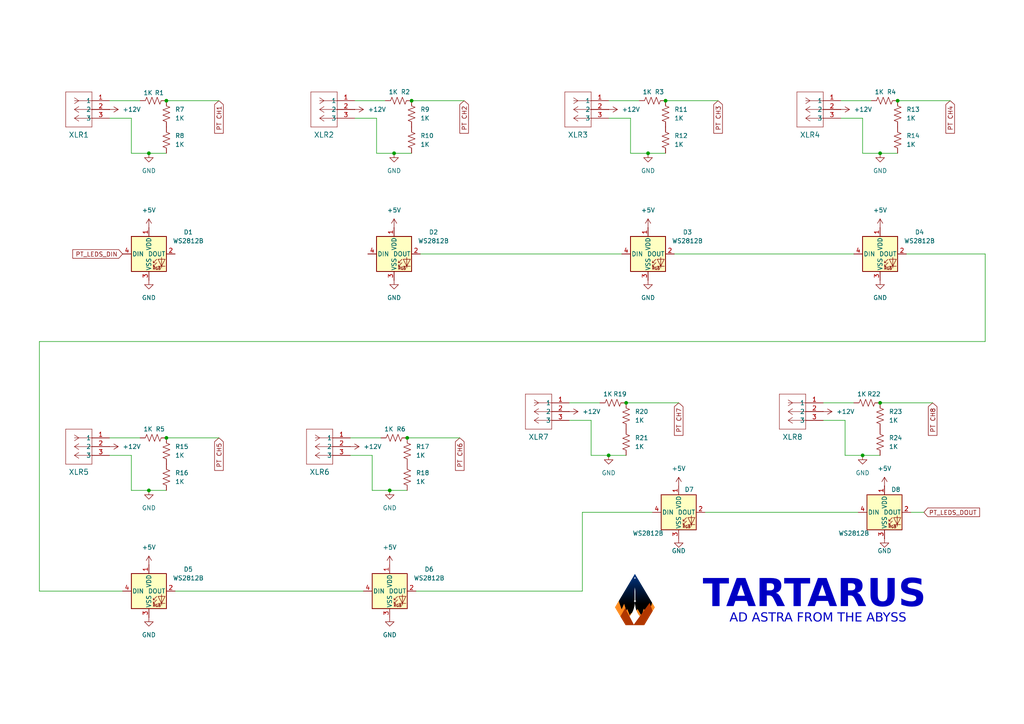
<source format=kicad_sch>
(kicad_sch (version 20231120) (generator "eeschema") (generator_version "8.0")
  (paper "A4")
  (title_block (title "Vulcan - PT Inputs"))
  (lib_symbols
    (symbol "3 Pin (Servo) Header 2.54mm Pitch:61300311121" (pin_names (offset 0.254))
      (property "Reference" "J1" (at 8.89 -12.7 0))
      (property "Value" "61300311121" (at 8.89 -10.16 0))
      (symbol "61300311121_1_1"
        (polyline (pts (xy 5.08 -7.62) (xy 12.7 -7.62)) (stroke (width 0.127)))
        (polyline (pts (xy 5.08 2.54) (xy 5.08 -7.62)) (stroke (width 0.127)))
        (polyline (pts (xy 8.89 0) (xy 10.16 -0.8467)) (stroke (width 0.127)))
        (polyline (pts (xy 8.89 0) (xy 10.16 0.8467)) (stroke (width 0.127)))
        (polyline (pts (xy 10.16 -5.08) (xy 5.08 -5.08)) (stroke (width 0.127)))
        (polyline (pts (xy 10.16 -5.08) (xy 8.89 -5.9267)) (stroke (width 0.127)))
        (polyline (pts (xy 10.16 -5.08) (xy 8.89 -4.2333)) (stroke (width 0.127)))
        (polyline (pts (xy 10.16 -2.54) (xy 5.08 -2.54)) (stroke (width 0.127)))
        (polyline (pts (xy 10.16 -2.54) (xy 8.89 -3.3867)) (stroke (width 0.127)))
        (polyline (pts (xy 10.16 -2.54) (xy 8.89 -1.6933)) (stroke (width 0.127)))
        (polyline (pts (xy 10.16 0) (xy 5.08 0)) (stroke (width 0.127)))
        (polyline (pts (xy 12.7 -7.62) (xy 12.7 2.54)) (stroke (width 0.127)))
        (polyline (pts (xy 12.7 2.54) (xy 5.08 2.54)) (stroke (width 0.127)))
        (pin unspecified line (at 0 0 0) (length 5.08) (name "1") (number "1"))
        (pin unspecified line (at 0 -2.54 0) (length 5.08) (name "2") (number "2"))
        (pin unspecified line (at 0 -5.08 0) (length 5.08) (name "3") (number "3"))
      )
      (symbol "61300311121_1_2"
        (polyline (pts (xy 5.08 -7.62) (xy 12.7 -7.62)) (stroke (width 0.127)))
        (polyline (pts (xy 5.08 2.54) (xy 5.08 -7.62)) (stroke (width 0.127)))
        (polyline (pts (xy 7.62 -5.08) (xy 5.08 -5.08)) (stroke (width 0.127)))
        (polyline (pts (xy 7.62 -5.08) (xy 8.89 -5.9267)) (stroke (width 0.127)))
        (polyline (pts (xy 7.62 -5.08) (xy 8.89 -4.2333)) (stroke (width 0.127)))
        (polyline (pts (xy 7.62 -2.54) (xy 5.08 -2.54)) (stroke (width 0.127)))
        (polyline (pts (xy 7.62 -2.54) (xy 8.89 -3.3867)) (stroke (width 0.127)))
        (polyline (pts (xy 7.62 -2.54) (xy 8.89 -1.6933)) (stroke (width 0.127)))
        (polyline (pts (xy 7.62 0) (xy 5.08 0)) (stroke (width 0.127)))
        (polyline (pts (xy 7.62 0) (xy 8.89 -0.8467)) (stroke (width 0.127)))
        (polyline (pts (xy 7.62 0) (xy 8.89 0.8467)) (stroke (width 0.127)))
        (polyline (pts (xy 12.7 -7.62) (xy 12.7 2.54)) (stroke (width 0.127)))
        (polyline (pts (xy 12.7 2.54) (xy 5.08 2.54)) (stroke (width 0.127)))
        (pin unspecified line (at 0 0 0) (length 5.08) (name "1") (number "1"))
        (pin unspecified line (at 0 -2.54 0) (length 5.08) (name "2") (number "2"))
        (pin unspecified line (at 0 -5.08 0) (length 5.08) (name "3") (number "3"))
      )
    )
    (symbol "Device:R_US" (pin_numbers hide) (pin_names (offset 0))
      (property "Reference" "R" (at 2.54 0 90))
      (property "Value" "R_US" (at -2.54 0 90))
      (symbol "R_US_0_1"
        (polyline (pts (xy 0 -2.286) (xy 0 -2.54)))
        (polyline (pts (xy 0 2.286) (xy 0 2.54)))
        (polyline (pts (xy 0 -0.762) (xy 1.016 -1.143) (xy 0 -1.524) (xy -1.016 -1.905) (xy 0 -2.286)))
        (polyline (pts (xy 0 0.762) (xy 1.016 0.381) (xy 0 0) (xy -1.016 -0.381) (xy 0 -0.762)))
        (polyline (pts (xy 0 2.286) (xy 1.016 1.905) (xy 0 1.524) (xy -1.016 1.143) (xy 0 0.762)))
      )
      (symbol "R_US_1_1"
        (pin passive line (at 0 3.81 270) (length 1.27) (name "~") (number "1"))
        (pin passive line (at 0 -3.81 90) (length 1.27) (name "~") (number "2"))
      )
    )
    (symbol "LED:WS2812B" (pin_names (offset 0.254))
      (property "Reference" "D" (at 5.08 5.715 0))
      (property "Value" "WS2812B" (at 1.27 -5.715 0))
      (symbol "WS2812B_0_0"
        (text "RGB" (at 2.286 -4.191 0) (effects (font (size 0.762 0.762))))
      )
      (symbol "WS2812B_0_1"
        (polyline (pts (xy 1.27 -3.556) (xy 1.778 -3.556)))
        (polyline (pts (xy 1.27 -2.54) (xy 1.778 -2.54)))
        (polyline (pts (xy 4.699 -3.556) (xy 2.667 -3.556)))
        (polyline (pts (xy 2.286 -2.54) (xy 1.27 -3.556) (xy 1.27 -3.048)))
        (polyline (pts (xy 2.286 -1.524) (xy 1.27 -2.54) (xy 1.27 -2.032)))
        (polyline (pts (xy 3.683 -1.016) (xy 3.683 -3.556) (xy 3.683 -4.064)))
        (polyline (pts (xy 4.699 -1.524) (xy 2.667 -1.524) (xy 3.683 -3.556) (xy 4.699 -1.524)))
        (rectangle (start 5.08 5.08) (end -5.08 -5.08) (stroke (width 0.254)) (fill (type background)))
      )
      (symbol "WS2812B_1_1"
        (pin power_in line (at 0 7.62 270) (length 2.54) (name "VDD") (number "1"))
        (pin output line (at 7.62 0 180) (length 2.54) (name "DOUT") (number "2"))
        (pin power_in line (at 0 -7.62 90) (length 2.54) (name "VSS") (number "3"))
        (pin input line (at -7.62 0 0) (length 2.54) (name "DIN") (number "4"))
      )
    )
    (symbol "power:+12V" (power) (pin_numbers hide) (pin_names (offset 0) hide)
      (property "Value" "+12V" (at 0 3.556 0))
      (symbol "+12V_0_1"
        (polyline (pts (xy -0.762 1.27) (xy 0 2.54)))
        (polyline (pts (xy 0 0) (xy 0 2.54)))
        (polyline (pts (xy 0 2.54) (xy 0.762 1.27)))
      )
      (symbol "+12V_1_1"
        (pin power_in line (at 0 0 90) (length 0) (name "~") (number "1"))
      )
    )
    (symbol "power:+5V" (power) (pin_numbers hide) (pin_names (offset 0) hide)
      (property "Value" "+5V" (at 0 3.556 0))
      (symbol "+5V_0_1"
        (polyline (pts (xy -0.762 1.27) (xy 0 2.54)))
        (polyline (pts (xy 0 0) (xy 0 2.54)))
        (polyline (pts (xy 0 2.54) (xy 0.762 1.27)))
      )
      (symbol "+5V_1_1"
        (pin power_in line (at 0 0 90) (length 0) (name "~") (number "1"))
      )
    )
    (symbol "power:GND" (power) (pin_numbers hide) (pin_names (offset 0) hide)
      (property "Value" "GND" (at 0 -3.81 0))
      (symbol "GND_0_1"
        (polyline (pts (xy 0 0) (xy 0 -1.27) (xy 1.27 -1.27) (xy 0 -2.54) (xy -1.27 -1.27) (xy 0 -1.27)))
      )
      (symbol "GND_1_1"
        (pin power_in line (at 0 0 270) (length 0) (name "~") (number "1"))
      )
    )
  )
  (junction (at 114.3 44.45))
  (junction (at 118.11 127))
  (junction (at 176.53 132.08))
  (junction (at 260.35 29.21))
  (junction (at 113.03 142.24))
  (junction (at 48.26 29.21))
  (junction (at 193.04 29.21))
  (junction (at 255.27 116.84))
  (junction (at 255.27 44.45))
  (junction (at 181.61 116.84))
  (junction (at 43.18 44.45))
  (junction (at 187.96 44.45))
  (junction (at 43.18 142.24))
  (junction (at 48.26 127))
  (junction (at 119.38 29.21))
  (junction (at 250.19 132.08))
  (wire (pts (xy 171.45 121.92) (xy 165.1 121.92)))
  (wire (pts (xy 118.11 127) (xy 133.35 127)))
  (wire (pts (xy 38.1 44.45) (xy 38.1 34.29)))
  (wire (pts (xy 255.27 44.45) (xy 260.35 44.45)))
  (wire (pts (xy 43.18 44.45) (xy 48.26 44.45)))
  (wire (pts (xy 109.22 34.29) (xy 102.87 34.29)))
  (wire (pts (xy 31.75 127) (xy 40.64 127)))
  (wire (pts (xy 43.18 142.24) (xy 48.26 142.24)))
  (wire (pts (xy 38.1 34.29) (xy 31.75 34.29)))
  (wire (pts (xy 176.53 132.08) (xy 171.45 132.08)))
  (wire (pts (xy 11.43 99.06) (xy 285.75 99.06)))
  (wire (pts (xy 113.03 142.24) (xy 107.95 142.24)))
  (wire (pts (xy 171.45 132.08) (xy 171.45 121.92)))
  (wire (pts (xy 250.19 132.08) (xy 245.11 132.08)))
  (wire (pts (xy 38.1 142.24) (xy 38.1 132.08)))
  (wire (pts (xy 250.19 132.08) (xy 255.27 132.08)))
  (wire (pts (xy 43.18 142.24) (xy 38.1 142.24)))
  (wire (pts (xy 255.27 116.84) (xy 270.51 116.84)))
  (wire (pts (xy 187.96 44.45) (xy 182.88 44.45)))
  (wire (pts (xy 187.96 44.45) (xy 193.04 44.45)))
  (wire (pts (xy 168.91 148.59) (xy 189.23 148.59)))
  (wire (pts (xy 107.95 132.08) (xy 101.6 132.08)))
  (wire (pts (xy 245.11 132.08) (xy 245.11 121.92)))
  (wire (pts (xy 11.43 171.45) (xy 35.56 171.45)))
  (wire (pts (xy 250.19 34.29) (xy 243.84 34.29)))
  (wire (pts (xy 109.22 44.45) (xy 109.22 34.29)))
  (wire (pts (xy 113.03 142.24) (xy 118.11 142.24)))
  (wire (pts (xy 176.53 132.08) (xy 181.61 132.08)))
  (wire (pts (xy 107.95 142.24) (xy 107.95 132.08)))
  (wire (pts (xy 38.1 132.08) (xy 31.75 132.08)))
  (wire (pts (xy 48.26 127) (xy 63.5 127)))
  (wire (pts (xy 260.35 29.21) (xy 275.59 29.21)))
  (wire (pts (xy 182.88 44.45) (xy 182.88 34.29)))
  (wire (pts (xy 168.91 171.45) (xy 168.91 148.59)))
  (wire (pts (xy 255.27 44.45) (xy 250.19 44.45)))
  (wire (pts (xy 48.26 29.21) (xy 63.5 29.21)))
  (wire (pts (xy 176.53 29.21) (xy 185.42 29.21)))
  (wire (pts (xy 245.11 121.92) (xy 238.76 121.92)))
  (wire (pts (xy 31.75 29.21) (xy 40.64 29.21)))
  (wire (pts (xy 43.18 44.45) (xy 38.1 44.45)))
  (wire (pts (xy 181.61 116.84) (xy 196.85 116.84)))
  (wire (pts (xy 119.38 29.21) (xy 134.62 29.21)))
  (wire (pts (xy 238.76 116.84) (xy 247.65 116.84)))
  (wire (pts (xy 50.8 171.45) (xy 105.41 171.45)))
  (wire (pts (xy 11.43 99.06) (xy 11.43 171.45)))
  (wire (pts (xy 114.3 44.45) (xy 109.22 44.45)))
  (wire (pts (xy 250.19 44.45) (xy 250.19 34.29)))
  (wire (pts (xy 101.6 127) (xy 110.49 127)))
  (wire (pts (xy 285.75 73.66) (xy 285.75 99.06)))
  (wire (pts (xy 195.58 73.66) (xy 247.65 73.66)))
  (wire (pts (xy 193.04 29.21) (xy 208.28 29.21)))
  (wire (pts (xy 165.1 116.84) (xy 173.99 116.84)))
  (wire (pts (xy 182.88 34.29) (xy 176.53 34.29)))
  (wire (pts (xy 243.84 29.21) (xy 252.73 29.21)))
  (wire (pts (xy 262.89 73.66) (xy 285.75 73.66)))
  (wire (pts (xy 114.3 44.45) (xy 119.38 44.45)))
  (wire (pts (xy 264.16 148.59) (xy 267.97 148.59)))
  (wire (pts (xy 121.92 73.66) (xy 180.34 73.66)))
  (wire (pts (xy 204.47 148.59) (xy 248.92 148.59)))
  (wire (pts (xy 102.87 29.21) (xy 111.76 29.21)))
  (wire (pts (xy 120.65 171.45) (xy 168.91 171.45)))
  (image (at 184.15 175.26) (scale 0.0421478))
  (text "TARTARUS" (at 236.22 174.752 0) (effects (font (size 8 8) (thickness 1.6) (bold yes))))
  (text "AD ASTRA FROM THE ABYSS" (at 237.236 180.086 0) (effects (font (size 2.6 2.6))))
  (global_label "PT CH8" (shape input) (at 270.51 116.84 270) (property "Intersheetrefs" "${INTERSHEET_REFS}" (effects (hide yes))))
  (global_label "PT CH4" (shape input) (at 275.59 29.21 270) (property "Intersheetrefs" "${INTERSHEET_REFS}" (effects (hide yes))))
  (global_label "PT CH6" (shape input) (at 133.35 127 270) (property "Intersheetrefs" "${INTERSHEET_REFS}" (effects (hide yes))))
  (global_label "PT_LEDS_DIN" (shape input) (at 35.56 73.66 180) (property "Intersheetrefs" "${INTERSHEET_REFS}" (effects (hide yes))))
  (global_label "PT_LEDS_DOUT" (shape input) (at 267.97 148.59 0) (property "Intersheetrefs" "${INTERSHEET_REFS}" (effects (hide yes))))
  (global_label "PT CH5" (shape input) (at 63.5 127 270) (property "Intersheetrefs" "${INTERSHEET_REFS}" (effects (hide yes))))
  (global_label "PT CH3" (shape input) (at 208.28 29.21 270) (property "Intersheetrefs" "${INTERSHEET_REFS}" (effects (hide yes))))
  (global_label "PT CH1" (shape input) (at 63.5 29.21 270) (property "Intersheetrefs" "${INTERSHEET_REFS}" (effects (hide yes))))
  (global_label "PT CH2" (shape input) (at 134.62 29.21 270) (property "Intersheetrefs" "${INTERSHEET_REFS}" (effects (hide yes))))
  (global_label "PT CH7" (shape input) (at 196.85 116.84 270) (property "Intersheetrefs" "${INTERSHEET_REFS}" (effects (hide yes))))
  (symbol (lib_id "power:GND") (at 114.3 44.45 0) (unit 1)
    (property "Reference" "#PWR08" (effects (hide yes)))
    (property "Value" "GND" (at 114.3 49.53 0))
    (property "Description" "Power symbol creates a global label with name \"GND\" , ground" (effects (hide yes)))
  )
  (symbol (lib_id "LED:WS2812B") (at 256.54 148.59 0) (unit 1)
    (property "Reference" "D8" (at 259.842 141.986 0))
    (property "Value" "WS2812B" (at 247.65 154.686 0))
    (property "Footprint" "LED_SMD:LED_WS2812B_PLCC4_5.0x5.0mm_P3.2mm" (effects (hide yes)))
    (property "Datasheet" "https://cdn-shop.adafruit.com/datasheets/WS2812B.pdf" (effects (hide yes)))
    (property "Description" "RGB LED with integrated controller" (effects (hide yes)))
  )
  (symbol (lib_id "power:+5V") (at 255.27 66.04 0) (unit 1)
    (property "Reference" "#PWR029" (effects (hide yes)))
    (property "Value" "+5V" (at 255.27 60.96 0))
    (property "Description" "Power symbol creates a global label with name \"+5V\"" (effects (hide yes)))
  )
  (symbol (lib_id "power:GND") (at 43.18 179.07 0) (unit 1)
    (property "Reference" "#PWR021" (effects (hide yes)))
    (property "Value" "GND" (at 43.18 184.15 0))
    (property "Description" "Power symbol creates a global label with name \"GND\" , ground" (effects (hide yes)))
  )
  (symbol (lib_id "3 Pin (Servo) Header 2.54mm Pitch:61300311121") (at 102.87 29.21 0) (mirror y) (unit 1)
    (property "Reference" "XLR2" (at 93.98 39.116 0) (effects (font (size 1.524 1.524))))
    (property "Value" "61300311121" (effects (hide yes)))
    (property "Datasheet" "61300311121" (effects (hide yes)))
  )
  (symbol (lib_id "Device:R_US") (at 115.57 29.21 90) (unit 1)
    (property "Reference" "R2" (at 117.602 26.67 90))
    (property "Value" "1K" (at 114.046 26.67 90))
    (property "Description" "Resistor, US symbol" (effects (hide yes)))
  )
  (symbol (lib_id "power:+12V") (at 243.84 31.75 270) (unit 1)
    (property "Reference" "#PWR04" (effects (hide yes)))
    (property "Value" "+12V" (at 247.65 31.7499 90) (effects (justify left)))
    (property "Description" "Power symbol creates a global label with name \"+12V\"" (effects (hide yes)))
  )
  (symbol (lib_id "power:GND") (at 113.03 142.24 0) (unit 1)
    (property "Reference" "#PWR012" (effects (hide yes)))
    (property "Value" "GND" (at 113.03 147.32 0))
    (property "Description" "Power symbol creates a global label with name \"GND\" , ground" (effects (hide yes)))
  )
  (symbol (lib_id "Device:R_US") (at 256.54 29.21 90) (unit 1)
    (property "Reference" "R4" (at 258.572 26.67 90))
    (property "Value" "1K" (at 255.016 26.67 90))
    (property "Description" "Resistor, US symbol" (effects (hide yes)))
  )
  (symbol (lib_id "LED:WS2812B") (at 114.3 73.66 0) (unit 1)
    (property "Reference" "D2" (at 125.73 67.3414 0))
    (property "Value" "WS2812B" (at 125.73 69.8814 0))
    (property "Footprint" "LED_SMD:LED_WS2812B_PLCC4_5.0x5.0mm_P3.2mm" (effects (hide yes)))
    (property "Datasheet" "https://cdn-shop.adafruit.com/datasheets/WS2812B.pdf" (effects (hide yes)))
    (property "Description" "RGB LED with integrated controller" (effects (hide yes)))
  )
  (symbol (lib_id "power:+12V") (at 165.1 119.38 270) (unit 1)
    (property "Reference" "#PWR013" (effects (hide yes)))
    (property "Value" "+12V" (at 168.91 119.3799 90) (effects (justify left)))
    (property "Description" "Power symbol creates a global label with name \"+12V\"" (effects (hide yes)))
  )
  (symbol (lib_id "power:+12V") (at 31.75 129.54 270) (unit 1)
    (property "Reference" "#PWR05" (effects (hide yes)))
    (property "Value" "+12V" (at 35.56 129.5399 90) (effects (justify left)))
    (property "Description" "Power symbol creates a global label with name \"+12V\"" (effects (hide yes)))
  )
  (symbol (lib_id "Device:R_US") (at 48.26 40.64 0) (unit 1)
    (property "Reference" "R8" (at 50.8 39.3699 0) (effects (justify left)))
    (property "Value" "1K" (at 50.8 41.9099 0) (effects (justify left)))
    (property "Description" "Resistor, US symbol" (effects (hide yes)))
  )
  (symbol (lib_id "power:GND") (at 187.96 44.45 0) (unit 1)
    (property "Reference" "#PWR09" (effects (hide yes)))
    (property "Value" "GND" (at 187.96 49.53 0))
    (property "Description" "Power symbol creates a global label with name \"GND\" , ground" (effects (hide yes)))
  )
  (symbol (lib_id "3 Pin (Servo) Header 2.54mm Pitch:61300311121") (at 101.6 127 0) (mirror y) (unit 1)
    (property "Reference" "XLR6" (at 92.71 136.906 0) (effects (font (size 1.524 1.524))))
    (property "Value" "61300311121" (effects (hide yes)))
    (property "Datasheet" "61300311121" (effects (hide yes)))
  )
  (symbol (lib_id "Device:R_US") (at 251.46 116.84 90) (unit 1)
    (property "Reference" "R22" (at 253.492 114.3 90))
    (property "Value" "1K" (at 249.936 114.3 90))
    (property "Description" "Resistor, US symbol" (effects (hide yes)))
  )
  (symbol (lib_id "Device:R_US") (at 260.35 40.64 0) (unit 1)
    (property "Reference" "R14" (at 262.89 39.3699 0) (effects (justify left)))
    (property "Value" "1K" (at 262.89 41.9099 0) (effects (justify left)))
    (property "Description" "Resistor, US symbol" (effects (hide yes)))
  )
  (symbol (lib_id "power:+12V") (at 101.6 129.54 270) (unit 1)
    (property "Reference" "#PWR06" (effects (hide yes)))
    (property "Value" "+12V" (at 105.41 129.5399 90) (effects (justify left)))
    (property "Description" "Power symbol creates a global label with name \"+12V\"" (effects (hide yes)))
  )
  (symbol (lib_id "LED:WS2812B") (at 43.18 73.66 0) (unit 1)
    (property "Reference" "D1" (at 54.61 67.3414 0))
    (property "Value" "WS2812B" (at 54.61 69.8814 0))
    (property "Footprint" "LED_SMD:LED_WS2812B_PLCC4_5.0x5.0mm_P3.2mm" (effects (hide yes)))
    (property "Datasheet" "https://cdn-shop.adafruit.com/datasheets/WS2812B.pdf" (effects (hide yes)))
    (property "Description" "RGB LED with integrated controller" (effects (hide yes)))
  )
  (symbol (lib_id "Device:R_US") (at 181.61 128.27 0) (unit 1)
    (property "Reference" "R21" (at 184.15 126.9999 0) (effects (justify left)))
    (property "Value" "1K" (at 184.15 129.5399 0) (effects (justify left)))
    (property "Description" "Resistor, US symbol" (effects (hide yes)))
  )
  (symbol (lib_id "Device:R_US") (at 260.35 33.02 0) (unit 1)
    (property "Reference" "R13" (at 262.89 31.7499 0) (effects (justify left)))
    (property "Value" "1K" (at 262.89 34.2899 0) (effects (justify left)))
    (property "Description" "Resistor, US symbol" (effects (hide yes)))
  )
  (symbol (lib_id "power:+5V") (at 113.03 163.83 0) (unit 1)
    (property "Reference" "#PWR044" (effects (hide yes)))
    (property "Value" "+5V" (at 113.03 158.75 0))
    (property "Description" "Power symbol creates a global label with name \"+5V\"" (effects (hide yes)))
  )
  (symbol (lib_id "power:GND") (at 43.18 44.45 0) (unit 1)
    (property "Reference" "#PWR07" (effects (hide yes)))
    (property "Value" "GND" (at 43.18 49.53 0))
    (property "Description" "Power symbol creates a global label with name \"GND\" , ground" (effects (hide yes)))
  )
  (symbol (lib_id "power:GND") (at 176.53 132.08 0) (unit 1)
    (property "Reference" "#PWR014" (effects (hide yes)))
    (property "Value" "GND" (at 176.53 137.16 0))
    (property "Description" "Power symbol creates a global label with name \"GND\" , ground" (effects (hide yes)))
  )
  (symbol (lib_id "LED:WS2812B") (at 255.27 73.66 0) (unit 1)
    (property "Reference" "D4" (at 266.7 67.3414 0))
    (property "Value" "WS2812B" (at 266.7 69.8814 0))
    (property "Footprint" "LED_SMD:LED_WS2812B_PLCC4_5.0x5.0mm_P3.2mm" (effects (hide yes)))
    (property "Datasheet" "https://cdn-shop.adafruit.com/datasheets/WS2812B.pdf" (effects (hide yes)))
    (property "Description" "RGB LED with integrated controller" (effects (hide yes)))
  )
  (symbol (lib_id "3 Pin (Servo) Header 2.54mm Pitch:61300311121") (at 31.75 29.21 0) (mirror y) (unit 1)
    (property "Reference" "XLR1" (at 22.86 39.116 0) (effects (font (size 1.524 1.524))))
    (property "Value" "61300311121" (effects (hide yes)))
    (property "Datasheet" "61300311121" (effects (hide yes)))
  )
  (symbol (lib_id "power:+5V") (at 114.3 66.04 0) (unit 1)
    (property "Reference" "#PWR031" (effects (hide yes)))
    (property "Value" "+5V" (at 114.3 60.96 0))
    (property "Description" "Power symbol creates a global label with name \"+5V\"" (effects (hide yes)))
  )
  (symbol (lib_id "3 Pin (Servo) Header 2.54mm Pitch:61300311121") (at 243.84 29.21 0) (mirror y) (unit 1)
    (property "Reference" "XLR4" (at 234.95 39.116 0) (effects (font (size 1.524 1.524))))
    (property "Value" "61300311121" (effects (hide yes)))
    (property "Datasheet" "61300311121" (effects (hide yes)))
  )
  (symbol (lib_id "power:+5V") (at 256.54 140.97 0) (unit 1)
    (property "Reference" "#PWR027" (effects (hide yes)))
    (property "Value" "+5V" (at 256.54 135.89 0))
    (property "Description" "Power symbol creates a global label with name \"+5V\"" (effects (hide yes)))
  )
  (symbol (lib_id "Device:R_US") (at 119.38 33.02 0) (unit 1)
    (property "Reference" "R9" (at 121.92 31.7499 0) (effects (justify left)))
    (property "Value" "1K" (at 121.92 34.2899 0) (effects (justify left)))
    (property "Description" "Resistor, US symbol" (effects (hide yes)))
  )
  (symbol (lib_id "Device:R_US") (at 193.04 40.64 0) (unit 1)
    (property "Reference" "R12" (at 195.58 39.3699 0) (effects (justify left)))
    (property "Value" "1K" (at 195.58 41.9099 0) (effects (justify left)))
    (property "Description" "Resistor, US symbol" (effects (hide yes)))
  )
  (symbol (lib_id "power:+5V") (at 43.18 66.04 0) (unit 1)
    (property "Reference" "#PWR032" (effects (hide yes)))
    (property "Value" "+5V" (at 43.18 60.96 0))
    (property "Description" "Power symbol creates a global label with name \"+5V\"" (effects (hide yes)))
  )
  (symbol (lib_id "Device:R_US") (at 255.27 128.27 0) (unit 1)
    (property "Reference" "R24" (at 257.81 126.9999 0) (effects (justify left)))
    (property "Value" "1K" (at 257.81 129.5399 0) (effects (justify left)))
    (property "Description" "Resistor, US symbol" (effects (hide yes)))
  )
  (symbol (lib_id "power:+5V") (at 196.85 140.97 0) (unit 1)
    (property "Reference" "#PWR024" (effects (hide yes)))
    (property "Value" "+5V" (at 196.85 135.89 0))
    (property "Description" "Power symbol creates a global label with name \"+5V\"" (effects (hide yes)))
  )
  (symbol (lib_id "power:GND") (at 196.85 156.21 0) (unit 1)
    (property "Reference" "#PWR023" (effects (hide yes)))
    (property "Value" "GND" (at 196.85 159.766 0))
    (property "Description" "Power symbol creates a global label with name \"GND\" , ground" (effects (hide yes)))
  )
  (symbol (lib_id "Device:R_US") (at 48.26 33.02 0) (unit 1)
    (property "Reference" "R7" (at 50.8 31.7499 0) (effects (justify left)))
    (property "Value" "1K" (at 50.8 34.2899 0) (effects (justify left)))
    (property "Description" "Resistor, US symbol" (effects (hide yes)))
  )
  (symbol (lib_id "power:GND") (at 114.3 81.28 0) (unit 1)
    (property "Reference" "#PWR018" (effects (hide yes)))
    (property "Value" "GND" (at 114.3 86.36 0))
    (property "Description" "Power symbol creates a global label with name \"GND\" , ground" (effects (hide yes)))
  )
  (symbol (lib_id "power:GND") (at 255.27 44.45 0) (unit 1)
    (property "Reference" "#PWR010" (effects (hide yes)))
    (property "Value" "GND" (at 255.27 49.53 0))
    (property "Description" "Power symbol creates a global label with name \"GND\" , ground" (effects (hide yes)))
  )
  (symbol (lib_id "power:GND") (at 113.03 179.07 0) (unit 1)
    (property "Reference" "#PWR022" (effects (hide yes)))
    (property "Value" "GND" (at 113.03 184.15 0))
    (property "Description" "Power symbol creates a global label with name \"GND\" , ground" (effects (hide yes)))
  )
  (symbol (lib_id "power:GND") (at 255.27 81.28 0) (unit 1)
    (property "Reference" "#PWR020" (effects (hide yes)))
    (property "Value" "GND" (at 255.27 86.36 0))
    (property "Description" "Power symbol creates a global label with name \"GND\" , ground" (effects (hide yes)))
  )
  (symbol (lib_id "Device:R_US") (at 189.23 29.21 90) (unit 1)
    (property "Reference" "R3" (at 191.262 26.67 90))
    (property "Value" "1K" (at 187.706 26.67 90))
    (property "Description" "Resistor, US symbol" (effects (hide yes)))
  )
  (symbol (lib_id "Device:R_US") (at 48.26 130.81 0) (unit 1)
    (property "Reference" "R15" (at 50.8 129.5399 0) (effects (justify left)))
    (property "Value" "1K" (at 50.8 132.0799 0) (effects (justify left)))
    (property "Description" "Resistor, US symbol" (effects (hide yes)))
  )
  (symbol (lib_id "3 Pin (Servo) Header 2.54mm Pitch:61300311121") (at 238.76 116.84 0) (mirror y) (unit 1)
    (property "Reference" "XLR8" (at 229.87 126.746 0) (effects (font (size 1.524 1.524))))
    (property "Value" "61300311121" (effects (hide yes)))
    (property "Datasheet" "61300311121" (effects (hide yes)))
  )
  (symbol (lib_id "3 Pin (Servo) Header 2.54mm Pitch:61300311121") (at 31.75 127 0) (mirror y) (unit 1)
    (property "Reference" "XLR5" (at 22.86 136.906 0) (effects (font (size 1.524 1.524))))
    (property "Value" "61300311121" (effects (hide yes)))
    (property "Datasheet" "61300311121" (effects (hide yes)))
  )
  (symbol (lib_id "Device:R_US") (at 44.45 127 90) (unit 1)
    (property "Reference" "R5" (at 46.482 124.46 90))
    (property "Value" "1K" (at 42.926 124.46 90))
    (property "Description" "Resistor, US symbol" (effects (hide yes)))
  )
  (symbol (lib_id "Device:R_US") (at 114.3 127 90) (unit 1)
    (property "Reference" "R6" (at 116.332 124.46 90))
    (property "Value" "1K" (at 112.776 124.46 90))
    (property "Description" "Resistor, US symbol" (effects (hide yes)))
  )
  (symbol (lib_id "power:GND") (at 187.96 81.28 0) (unit 1)
    (property "Reference" "#PWR019" (effects (hide yes)))
    (property "Value" "GND" (at 187.96 86.36 0))
    (property "Description" "Power symbol creates a global label with name \"GND\" , ground" (effects (hide yes)))
  )
  (symbol (lib_id "power:+12V") (at 31.75 31.75 270) (unit 1)
    (property "Reference" "#PWR01" (effects (hide yes)))
    (property "Value" "+12V" (at 35.56 31.7499 90) (effects (justify left)))
    (property "Description" "Power symbol creates a global label with name \"+12V\"" (effects (hide yes)))
  )
  (symbol (lib_id "LED:WS2812B") (at 43.18 171.45 0) (unit 1)
    (property "Reference" "D5" (at 54.61 165.1314 0))
    (property "Value" "WS2812B" (at 54.61 167.6714 0))
    (property "Footprint" "LED_SMD:LED_WS2812B_PLCC4_5.0x5.0mm_P3.2mm" (effects (hide yes)))
    (property "Datasheet" "https://cdn-shop.adafruit.com/datasheets/WS2812B.pdf" (effects (hide yes)))
    (property "Description" "RGB LED with integrated controller" (effects (hide yes)))
  )
  (symbol (lib_id "Device:R_US") (at 181.61 120.65 0) (unit 1)
    (property "Reference" "R20" (at 184.15 119.3799 0) (effects (justify left)))
    (property "Value" "1K" (at 184.15 121.9199 0) (effects (justify left)))
    (property "Description" "Resistor, US symbol" (effects (hide yes)))
  )
  (symbol (lib_id "Device:R_US") (at 119.38 40.64 0) (unit 1)
    (property "Reference" "R10" (at 121.92 39.3699 0) (effects (justify left)))
    (property "Value" "1K" (at 121.92 41.9099 0) (effects (justify left)))
    (property "Description" "Resistor, US symbol" (effects (hide yes)))
  )
  (symbol (lib_id "Device:R_US") (at 118.11 138.43 0) (unit 1)
    (property "Reference" "R18" (at 120.65 137.1599 0) (effects (justify left)))
    (property "Value" "1K" (at 120.65 139.6999 0) (effects (justify left)))
    (property "Description" "Resistor, US symbol" (effects (hide yes)))
  )
  (symbol (lib_id "power:+12V") (at 238.76 119.38 270) (unit 1)
    (property "Reference" "#PWR015" (effects (hide yes)))
    (property "Value" "+12V" (at 242.57 119.3799 90) (effects (justify left)))
    (property "Description" "Power symbol creates a global label with name \"+12V\"" (effects (hide yes)))
  )
  (symbol (lib_id "power:GND") (at 43.18 81.28 0) (unit 1)
    (property "Reference" "#PWR017" (effects (hide yes)))
    (property "Value" "GND" (at 43.18 86.36 0))
    (property "Description" "Power symbol creates a global label with name \"GND\" , ground" (effects (hide yes)))
  )
  (symbol (lib_id "power:GND") (at 250.19 132.08 0) (unit 1)
    (property "Reference" "#PWR016" (effects (hide yes)))
    (property "Value" "GND" (at 250.19 137.16 0))
    (property "Description" "Power symbol creates a global label with name \"GND\" , ground" (effects (hide yes)))
  )
  (symbol (lib_id "LED:WS2812B") (at 187.96 73.66 0) (unit 1)
    (property "Reference" "D3" (at 199.39 67.3414 0))
    (property "Value" "WS2812B" (at 199.39 69.8814 0))
    (property "Footprint" "LED_SMD:LED_WS2812B_PLCC4_5.0x5.0mm_P3.2mm" (effects (hide yes)))
    (property "Datasheet" "https://cdn-shop.adafruit.com/datasheets/WS2812B.pdf" (effects (hide yes)))
    (property "Description" "RGB LED with integrated controller" (effects (hide yes)))
  )
  (symbol (lib_id "power:+12V") (at 102.87 31.75 270) (unit 1)
    (property "Reference" "#PWR02" (effects (hide yes)))
    (property "Value" "+12V" (at 106.68 31.7499 90) (effects (justify left)))
    (property "Description" "Power symbol creates a global label with name \"+12V\"" (effects (hide yes)))
  )
  (symbol (lib_id "LED:WS2812B") (at 196.85 148.59 0) (unit 1)
    (property "Reference" "D7" (at 199.898 141.986 0))
    (property "Value" "WS2812B" (at 187.96 154.686 0))
    (property "Footprint" "LED_SMD:LED_WS2812B_PLCC4_5.0x5.0mm_P3.2mm" (effects (hide yes)))
    (property "Datasheet" "https://cdn-shop.adafruit.com/datasheets/WS2812B.pdf" (effects (hide yes)))
    (property "Description" "RGB LED with integrated controller" (effects (hide yes)))
  )
  (symbol (lib_id "power:+5V") (at 43.18 163.83 0) (unit 1)
    (property "Reference" "#PWR026" (effects (hide yes)))
    (property "Value" "+5V" (at 43.18 158.75 0))
    (property "Description" "Power symbol creates a global label with name \"+5V\"" (effects (hide yes)))
  )
  (symbol (lib_id "LED:WS2812B") (at 113.03 171.45 0) (unit 1)
    (property "Reference" "D6" (at 124.46 165.1314 0))
    (property "Value" "WS2812B" (at 124.46 167.6714 0))
    (property "Footprint" "LED_SMD:LED_WS2812B_PLCC4_5.0x5.0mm_P3.2mm" (effects (hide yes)))
    (property "Datasheet" "https://cdn-shop.adafruit.com/datasheets/WS2812B.pdf" (effects (hide yes)))
    (property "Description" "RGB LED with integrated controller" (effects (hide yes)))
  )
  (symbol (lib_id "Device:R_US") (at 44.45 29.21 90) (unit 1)
    (property "Reference" "R1" (at 46.228 26.924 90))
    (property "Value" "1K" (at 42.926 26.924 90))
    (property "Description" "Resistor, US symbol" (effects (hide yes)))
  )
  (symbol (lib_id "power:GND") (at 43.18 142.24 0) (unit 1)
    (property "Reference" "#PWR011" (effects (hide yes)))
    (property "Value" "GND" (at 43.18 147.32 0))
    (property "Description" "Power symbol creates a global label with name \"GND\" , ground" (effects (hide yes)))
  )
  (symbol (lib_id "power:+5V") (at 187.96 66.04 0) (unit 1)
    (property "Reference" "#PWR030" (effects (hide yes)))
    (property "Value" "+5V" (at 187.96 60.96 0))
    (property "Description" "Power symbol creates a global label with name \"+5V\"" (effects (hide yes)))
  )
  (symbol (lib_id "Device:R_US") (at 255.27 120.65 0) (unit 1)
    (property "Reference" "R23" (at 257.81 119.3799 0) (effects (justify left)))
    (property "Value" "1K" (at 257.81 121.9199 0) (effects (justify left)))
    (property "Description" "Resistor, US symbol" (effects (hide yes)))
  )
  (symbol (lib_id "Device:R_US") (at 118.11 130.81 0) (unit 1)
    (property "Reference" "R17" (at 120.65 129.5399 0) (effects (justify left)))
    (property "Value" "1K" (at 120.65 132.0799 0) (effects (justify left)))
    (property "Description" "Resistor, US symbol" (effects (hide yes)))
  )
  (symbol (lib_id "Device:R_US") (at 193.04 33.02 0) (unit 1)
    (property "Reference" "R11" (at 195.58 31.7499 0) (effects (justify left)))
    (property "Value" "1K" (at 195.58 34.2899 0) (effects (justify left)))
    (property "Description" "Resistor, US symbol" (effects (hide yes)))
  )
  (symbol (lib_id "Device:R_US") (at 177.8 116.84 90) (unit 1)
    (property "Reference" "R19" (at 179.832 114.3 90))
    (property "Value" "1K" (at 176.276 114.3 90))
    (property "Description" "Resistor, US symbol" (effects (hide yes)))
  )
  (symbol (lib_id "3 Pin (Servo) Header 2.54mm Pitch:61300311121") (at 165.1 116.84 0) (mirror y) (unit 1)
    (property "Reference" "XLR7" (at 156.21 126.746 0) (effects (font (size 1.524 1.524))))
    (property "Value" "61300311121" (effects (hide yes)))
    (property "Datasheet" "61300311121" (effects (hide yes)))
  )
  (symbol (lib_id "Device:R_US") (at 48.26 138.43 0) (unit 1)
    (property "Reference" "R16" (at 50.8 137.1599 0) (effects (justify left)))
    (property "Value" "1K" (at 50.8 139.6999 0) (effects (justify left)))
    (property "Description" "Resistor, US symbol" (effects (hide yes)))
  )
  (symbol (lib_id "3 Pin (Servo) Header 2.54mm Pitch:61300311121") (at 176.53 29.21 0) (mirror y) (unit 1)
    (property "Reference" "XLR3" (at 167.64 39.116 0) (effects (font (size 1.524 1.524))))
    (property "Value" "61300311121" (effects (hide yes)))
    (property "Datasheet" "61300311121" (effects (hide yes)))
  )
  (symbol (lib_id "power:GND") (at 256.54 156.21 0) (unit 1)
    (property "Reference" "#PWR028" (effects (hide yes)))
    (property "Value" "GND" (at 256.54 159.766 0))
    (property "Description" "Power symbol creates a global label with name \"GND\" , ground" (effects (hide yes)))
  )
  (symbol (lib_id "power:+12V") (at 176.53 31.75 270) (unit 1)
    (property "Reference" "#PWR03" (effects (hide yes)))
    (property "Value" "+12V" (at 180.34 31.7499 90) (effects (justify left)))
    (property "Description" "Power symbol creates a global label with name \"+12V\"" (effects (hide yes)))
  )
)
</source>
